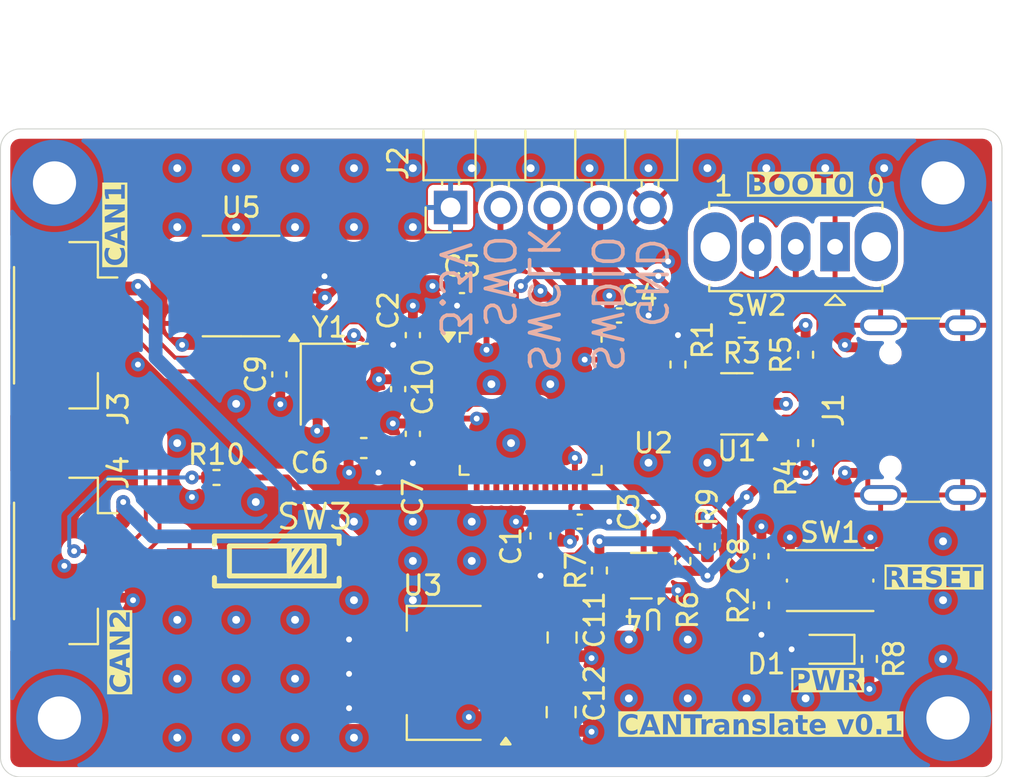
<source format=kicad_pcb>
(kicad_pcb (version 20241229) (generator "pcbnew") (generator_version "9.0")
  (title_block (comment 4 "AISLER Project ID: UNIZVVCP"))
  (layers (0 "F.Cu" signal) (4 "In1.Cu" power) (6 "In2.Cu" power) (2 "B.Cu" signal) (13 "F.Paste" user) (15 "B.Paste" user) (5 "F.SilkS" user "F.Silkscreen") (7 "B.SilkS" user "B.Silkscreen") (1 "F.Mask" user) (3 "B.Mask" user) (25 "Edge.Cuts" user))
  (net 0 "")
  (net 1 "GND")
  (net 2 "+3.3V")
  (net 3 "/NRST")
  (net 4 "/HSE_IN")
  (net 5 "/HSE_OUT")
  (net 6 "/V_OUT")
  (net 7 "Net-(D1-K)")
  (net 8 "/SWCLK")
  (net 9 "/SWDIO")
  (net 10 "/SWO")
  (net 11 "+5V")
  (net 12 "/CAN-")
  (net 13 "/CAN+")
  (net 15 "VBUS")
  (net 17 "/USBC_D+")
  (net 18 "/USBCC1")
  (net 19 "/USBCC2")
  (net 20 "/USBC_D-")
  (net 21 "/S_BOOT0")
  (net 22 "/BOOT0")
  (net 23 "/USB_D+")
  (net 24 "Net-(SW3-B)")
  (net 25 "/V_PR1")
  (net 26 "Net-(U4-ST)")
  (net 35 "/USB_D-")
  (net 36 "/CAN_RX")
  (net 43 "/CAN_TX")
  (footprint "Connector_JST:JST_GH_SM04B-GHS-TB_1x04-1MP_P1.25mm_Horizontal" (layer "F.Cu") (at 183.25 90 -90)
    (property "Reference" "J4")
    (property "Value" "SM04B-GHS-TB(LF)(SN)")
  )
  (footprint "Capacitor_SMD:C_0402_1005Metric" (layer "F.Cu") (at 194.2 80.5 -90)
    (property "Reference" "C9")
    (property "Value" "10p")
  )
  (footprint "Button_Switch_THT:SW_Slide_SPDT_Straight_CK_OS102011MS2Q" (layer "F.Cu") (at 222.5 74 180)
    (property "Reference" "SW2")
    (property "Value" "SW_SPDT")
  )
  (footprint "Resistor_SMD:R_0402_1005Metric" (layer "F.Cu") (at 216 89.28 90)
    (property "Reference" "R9")
    (property "Value" "10k")
  )
  (footprint "Capacitor_SMD:C_0805_2012Metric" (layer "F.Cu") (at 208.55 97.7 -90)
    (property "Reference" "C12")
    (property "Value" "22u")
  )
  (footprint "Connector_JST:JST_GH_SM04B-GHS-TB_1x04-1MP_P1.25mm_Horizontal" (layer "F.Cu") (at 183.25 78 -90)
    (property "Reference" "J3")
    (property "Value" "SM04B-GHS-TB(LF)(SN)")
  )
  (footprint "Resistor_SMD:R_0402_1005Metric" (layer "F.Cu") (at 214.75 90 90)
    (property "Reference" "R6")
    (property "Value" "36k")
  )
  (footprint "Connector_PinHeader_2.54mm:PinHeader_1x05_P2.54mm_Horizontal" (layer "F.Cu") (at 202.92 72 90)
    (property "Reference" "J2")
    (property "Value" "Conn_01x05_Pin")
  )
  (footprint "Capacitor_SMD:C_0805_2012Metric" (layer "F.Cu") (at 208.6 93.9 -90)
    (property "Reference" "C11")
    (property "Value" "22u")
  )
  (footprint "Capacitor_SMD:C_0402_1005Metric" (layer "F.Cu") (at 200.25 81.25 90)
    (property "Reference" "C10")
    (property "Value" "10p")
  )
  (footprint "Capacitor_SMD:C_0402_1005Metric" (layer "F.Cu") (at 209.5 88 180)
    (property "Reference" "C3")
    (property "Value" "100n")
  )
  (footprint "Capacitor_SMD:C_0402_1005Metric" (layer "F.Cu") (at 211.5 77.5 180)
    (property "Reference" "C4")
    (property "Value" "100n")
  )
  (footprint "Capacitor_SMD:C_0402_1005Metric" (layer "F.Cu") (at 201 83.53 90)
    (property "Reference" "C7")
    (property "Value" "100n")
  )
  (footprint "Resistor_SMD:R_0402_1005Metric" (layer "F.Cu") (at 214.5 80 -90)
    (property "Reference" "R1")
    (property "Value" "1k5")
  )
  (footprint "Crystal:Crystal_SMD_3225-4Pin_3.2x2.5mm" (layer "F.Cu") (at 197 81 -90)
    (property "Reference" "Y1")
    (property "Value" "16MHz")
  )
  (footprint "Package_TO_SOT_SMD:SOT-23-6" (layer "F.Cu") (at 217.5 82 180)
    (property "Reference" "U1")
    (property "Value" "USBLC6-2SC6")
  )
  (footprint "Package_TO_SOT_SMD:SOT-583-8" (layer "F.Cu") (at 212.76 90.75 180)
    (property "Reference" "U4")
    (property "Value" "TPS2116DRL")
  )
  (footprint "DSIC01LSGET:SW-SMD_DSIC01LSGET" (layer "F.Cu") (at 194 90 90)
    (property "Reference" "SW3")
    (property "Value" "SW_SPST")
  )
  (footprint "Resistor_SMD:R_0402_1005Metric" (layer "F.Cu") (at 217.75 78.25 180)
    (property "Reference" "R3")
    (property "Value" "10k")
  )
  (footprint "Fiducial:Fiducial_1mm_Mask2mm" (layer "F.Cu") (at 187 70)
    (property "Reference" "FID1" (hide yes))
    (property "Value" "Fiducial")
  )
  (footprint "Fiducial:Fiducial_1mm_Mask2mm" (layer "F.Cu") (at 228.5 75)
    (property "Reference" "FID2" (hide yes))
    (property "Value" "Fiducial")
  )
  (footprint "Capacitor_SMD:C_0603_1608Metric" (layer "F.Cu") (at 198.5 84.25 180)
    (property "Reference" "C6")
    (property "Value" "1u")
  )
  (footprint "Package_SO:SOIC-8_3.9x4.9mm_P1.27mm" (layer "F.Cu") (at 192.25 76 180)
    (property "Reference" "U5")
    (property "Value" "SN65HVD230")
  )
  (footprint "Resistor_SMD:R_0402_1005Metric" (layer "F.Cu") (at 210.5 90.49 -90)
    (property "Reference" "R7")
    (property "Value" "10k")
  )
  (footprint "Capacitor_SMD:C_0603_1608Metric" (layer "F.Cu") (at 207.5 88.725 90)
    (property "Reference" "C1")
    (property "Value" "10u")
  )
  (footprint "Resistor_SMD:R_0402_1005Metric" (layer "F.Cu") (at 221 79.5 90)
    (property "Reference" "R5")
    (property "Value" "5k1")
  )
  (footprint "MountingHole:MountingHole_2.2mm_M2_Pad" (layer "F.Cu") (at 183 98)
    (property "Reference" "H4" (hide yes))
    (property "Value" "MountingHole_Pad")
  )
  (footprint "LED_SMD:LED_0603_1608Metric" (layer "F.Cu") (at 222 94.5 180)
    (property "Reference" "D1")
    (property "Value" "RED")
  )
  (footprint "Fiducial:Fiducial_1mm_Mask2mm" (layer "F.Cu") (at 187 99)
    (property "Reference" "FID3" (hide yes))
    (property "Value" "Fiducial")
  )
  (footprint "MountingHole:MountingHole_2.2mm_M2_Pad" (layer "F.Cu") (at 228 70.75)
    (property "Reference" "H1" (hide yes))
    (property "Value" "MountingHole_Pad")
  )
  (footprint "Resistor_SMD:R_0402_1005Metric" (layer "F.Cu") (at 221 84 -90)
    (property "Reference" "R4")
    (property "Value" "5k1")
  )
  (footprint "Resistor_SMD:R_0402_1005Metric" (layer "F.Cu") (at 191 85.75)
    (property "Reference" "R10")
    (property "Value" "120")
  )
  (footprint "Capacitor_SMD:C_0402_1005Metric" (layer "F.Cu") (at 203.5 76 180)
    (property "Reference" "C5")
    (property "Value" "100n")
  )
  (footprint "Connector_USB:USB_C_Receptacle_GCT_USB4105-xx-A_16P_TopMnt_Horizontal" (layer "F.Cu") (at 227.925 82.32 90)
    (property "Reference" "J1")
    (property "Value" "USB_C_Receptacle_USB2.0_16P")
  )
  (footprint "Resistor_SMD:R_0402_1005Metric" (layer "F.Cu") (at 224.25 94.99 -90)
    (property "Reference" "R8")
    (property "Value" "120")
  )
  (footprint "Capacitor_SMD:C_0402_1005Metric" (layer "F.Cu") (at 201 78.5 90)
    (property "Reference" "C2")
    (property "Value" "100n")
  )
  (footprint "MountingHole:MountingHole_2.2mm_M2_Pad" (layer "F.Cu") (at 228.25 98)
    (property "Reference" "H3" (hide yes))
    (property "Value" "MountingHole_Pad")
  )
  (footprint "Package_QFP:LQFP-48_7x7mm_P0.5mm" (layer "F.Cu") (at 207 82)
    (property "Reference" "U2")
    (property "Value" "STM32F103C8T6")
  )
  (footprint "Resistor_SMD:R_0402_1005Metric" (layer "F.Cu") (at 218.75 92.26 90)
    (property "Reference" "R2")
    (property "Value" "10k")
  )
  (footprint "Package_TO_SOT_SMD:SOT-223-3_TabPin2" (layer "F.Cu") (at 202.6 95.7 180)
    (property "Reference" "U3")
    (property "Value" "AMS1117-3.3")
  )
  (footprint "Capacitor_SMD:C_0402_1005Metric" (layer "F.Cu") (at 218.75 89.76 90)
    (property "Reference" "C8")
    (property "Value" "100n")
  )
  (footprint "MountingHole:MountingHole_2.2mm_M2_Pad" (layer "F.Cu") (at 182.75 70.75)
    (property "Reference" "H2" (hide yes))
    (property "Value" "MountingHole_Pad")
  )
  (footprint "Button_Switch_SMD:SW_Push_1P1T_NO_CK_KMR2" (layer "F.Cu") (at 222.25 91)
    (property "Reference" "SW1")
    (property "Value" "SW_Push")
  )
  (gr_line (start 231 100) (end 231 69) (stroke (width 0.05)) (layer "Edge.Cuts"))
  (gr_arc (start 231 100) (mid 230.707107 100.707107) (end 230 101) (stroke (width 0.05)) (layer "Edge.Cuts"))
  (gr_arc (start 181 101) (mid 180.292893 100.707107) (end 180 100) (stroke (width 0.05)) (layer "Edge.Cuts"))
  (gr_line (start 181 101) (end 230 101) (stroke (width 0.05)) (layer "Edge.Cuts"))
  (gr_line (start 230 68) (end 181 68) (stroke (width 0.05)) (layer "Edge.Cuts"))
  (gr_arc (start 180 69) (mid 180.292893 68.292893) (end 181 68) (stroke (width 0.05)) (layer "Edge.Cuts"))
  (gr_line (start 180 69) (end 180 100) (stroke (width 0.05)) (layer "Edge.Cuts"))
  (gr_arc (start 230 68) (mid 230.707107 68.292893) (end 231 69) (stroke (width 0.05)) (layer "Edge.Cuts"))
  (gr_text "RESET" (at 225 91.5 0) (layer "F.SilkS" knockout) (effects (font (size 1 1) (thickness 0.2) (bold yes)) (justify left bottom)))
  (gr_text "0" (at 224 71.5 0) (layer "F.SilkS") (effects (font (size 1 1)) (justify left bottom)))
  (gr_text "CANTranslate v0.1" (at 211.5 99 0) (layer "F.SilkS" knockout) (effects (font (size 1 1) (thickness 0.2) (bold yes)) (justify left bottom)))
  (gr_text "CAN2" (at 186.75 96.75 90) (layer "F.SilkS" knockout) (effects (font (size 1 1) (thickness 0.2) (bold yes)) (justify left bottom)))
  (gr_text "PWR" (at 220.25 96.75 0) (layer "F.SilkS" knockout) (effects (font (size 1 1) (thickness 0.2) (bold yes)) (justify left bottom)))
  (gr_text "1" (at 216.25 71.5 0) (layer "F.SilkS") (effects (font (size 1 1)) (justify left bottom)))
  (gr_text "BOOT0" (at 218 71.5 0) (layer "F.SilkS" knockout) (effects (font (size 1 1) (thickness 0.2) (bold yes)) (justify left bottom)))
  (gr_text "CAN1" (at 186.5 75 90) (layer "F.SilkS" knockout) (effects (font (size 1 1) (thickness 0.2) (bold yes)) (justify left bottom)))
  (gr_text "SWO" (at 204.5 78.25 270) (layer "B.SilkS") (effects (font (size 1.5 1.5) (thickness 0.1875)) (justify left bottom mirror)))
  (gr_text "SWCLK" (at 206.75 80.5 270) (layer "B.SilkS") (effects (font (size 1.5 1.5) (thickness 0.1875)) (justify left bottom mirror)))
  (gr_text "GND" (at 212.25 78.25 270) (layer "B.SilkS") (effects (font (size 1.5 1.5) (thickness 0.1875)) (justify left bottom mirror)))
  (gr_text "3.3V" (at 202.25 78.75 270) (layer "B.SilkS") (effects (font (size 1.5 1.5) (thickness 0.1875)) (justify left bottom mirror)))
  (gr_text "SWDIO" (at 210 80.5 270) (layer "B.SilkS") (effects (font (size 1.5 1.5) (thickness 0.1875)) (justify left bottom mirror)))
  (segment (start 208.6 94.85) (end 210 94.85) (width 0.6) (layer "F.Cu") (net 1))
  (segment (start 213.5 91.5) (end 214.5 91.5) (width 0.3) (layer "F.Cu") (net 1))
  (segment (start 194.25 81) (end 194.25 82.02) (width 0.5) (layer "F.Cu") (net 1))
  (segment (start 185.1 91.875) (end 186.625 91.875) (width 0.5) (layer "F.Cu") (net 1))
  (segment (start 196.15 83.35) (end 196.15 82.1) (width 0.5) (layer "F.Cu") (net 1))
  (segment (start 216 88.77) (end 216 87.75) (width 0.5) (layer "F.Cu") (net 1))
  (segment (start 224.3 90.2) (end 224.3 88.8) (width 0.5) (layer "F.Cu") (net 1))
  (segment (start 220.2 90.2) (end 220.2 88.8) (width 0.5) (layer "F.Cu") (net 1))
  (segment (start 203.9 98) (end 203.85 97.95) (width 0.7) (layer "F.Cu") (net 1))
  (segment (start 196.125 83.375) (end 196.15 83.35) (width 0.5) (layer "F.Cu") (net 1))
  (segment (start 211.1625 79.75) (end 209.75 79.75) (width 0.3) (layer "F.Cu") (net 1))
  (segment (start 210 94.85) (end 210.1 94.95) (width 0.6) (layer "F.Cu") (net 1))
  (segment (start 194.725 76.635) (end 196.485 76.635) (width 0.5) (layer "F.Cu") (net 1))
  (segment (start 201 83) (end 199.98 83) (width 0.5) (layer "F.Cu") (net 1))
  (segment (start 185.1 79.875) (end 186.875 79.875) (width 0.5) (layer "F.Cu") (net 1))
  (segment (start 207.5 87.95) (end 206.3 87.95) (width 0.6) (layer "F.Cu") (net 1))
  (segment (start 224.245 79.12) (end 223.12 79.12) (width 0.5) (layer "F.Cu") (net 1))
  (segment (start 201 78.02) (end 201 77) (width 0.5) (layer "F.Cu") (net 1))
  (segment (start 209.25 86.1625) (end 209.25 86.970768) (width 0.2) (layer "F.Cu") (net 1))
  (segment (start 211 77.51) (end 211 76.49) (width 0.5) (layer "F.Cu") (net 1))
  (segment (start 203.02 76) (end 202 76) (width 0.5) (layer "F.Cu") (net 1))
  (segment (start 209.25 86.1625) (end 209.25 84.75) (width 0.3) (layer "F.Cu") (net 1))
  (segment (start 209.02 87.200768) (end 209.02 88) (width 0.2) (layer "F.Cu") (net 1))
  (segment (start 197.85 79.9) (end 197.85 78.65) (width 0.5) (layer "F.Cu") (net 1))
  (segment (start 197.725 85.475) (end 197.75 85.5) (width 0.5) (layer "F.Cu") (net 1))
  (segment (start 223.02 85.52) (end 223 85.5) (width 0.5) (layer "F.Cu") (net 1))
  (segment (start 186.625 91.875) (end 186.75 92) (width 0.5) (layer "F.Cu") (net 1))
  (segment (start 189.775 78.475) (end 189.25 79) (width 0.5) (layer "F.Cu") (net 1))
  (segment (start 224.25 95.5) (end 224.25 96.52) (width 0.5) (layer "F.Cu") (net 1))
  (segment (start 202.8375 82.75) (end 204.25 82.75) (width 0.3) (layer "F.Cu") (net 1))
  (segment (start 199.27 80.75) (end 200.25 80.75) (width 0.5) (layer "F.Cu") (net 1))
  (segment (start 209.25 86.970768) (end 209.02 87.200768) (width 0.2) (layer "F.Cu") (net 1))
  (segment (start 197.85 78.65) (end 198 78.5) (width 0.5) (layer "F.Cu") (net 1))
  (segment (start 206.3 87.95) (end 206.25 88) (width 0.6) (layer "F.Cu") (net 1))
  (segment (start 221 79) (end 221 77.98) (width 0.5) (layer "F.Cu") (net 1))
  (segment (start 224.245 85.52) (end 223.02 85.52) (width 0.5) (layer "F.Cu") (net 1))
  (segment (start 218.75 89.26) (end 218.75 88.24) (width 0.5) (layer "F.Cu") (net 1))
  (segment (start 208.55 98.65) (end 210.05 98.65) (width 0.6) (layer "F.Cu") (net 1))
  (segment (start 189.775 77.905) (end 189.775 78.475) (width 0.5) (layer "F.Cu") (net 1))
  (segment (start 186.875 79.875) (end 187 80) (width 0.5) (layer "F.Cu") (net 1))
  (segment (start 209 88) (end 209 89.02) (width 0.5) (layer "F.Cu") (net 1))
  (segment (start 223.12 79.12) (end 223 79) (width 0.5) (layer "F.Cu") (net 1))
  (segment (start 218.6375 82) (end 220 82) (width 0.6) (layer "F.Cu") (net 1))
  (segment (start 205.75 98) (end 203.9 98) (width 0.7) (layer "F.Cu") (net 1))
  (segment (start 196.485 76.635) (end 196.525 76.595) (width 0.5) (layer "F.Cu") (net 1))
  (segment (start 197.725 84.25) (end 197.725 85.475) (width 0.5) (layer "F.Cu") (net 1))
  (segment (start 210.05 98.65) (end 210.1 98.7) (width 0.6) (layer "F.Cu") (net 1))
  (segment (start 204.75 77.8375) (end 204.75 79.25) (width 0.3) (layer "F.Cu") (net 1))
  (segment (start 221 84.5) (end 221 85.52) (width 0.5) (layer "F.Cu") (net 1))
  (via (at 208 81) (size 0.9) (drill 0.4) (layers "F.Cu" "B.Cu") (net 1))
  (via (at 201 90) (size 0.9) (drill 0.4) (layers "F.Cu" "B.Cu") (net 1))
  (via (at 224.3 88.8) (size 0.7) (drill 0.3) (layers "F.Cu" "B.Cu") (net 1))
  (via (at 223 85.5) (size 0.7) (drill 0.3) (layers "F.Cu" "B.Cu") (net 1))
  (via (at 192 82) (size 0.9) (drill 0.4) (layers "F.Cu" "B.Cu") (net 1))
  (via (at 221 85.52) (size 0.7) (drill 0.3) (layers "F.Cu" "B.Cu") (net 1))
  (via (at 196.125 83.375) (size 0.7) (drill 0.3) (layers "F.Cu" "B.Cu") (net 1))
  (via (at 189 84) (size 0.9) (drill 0.4) (layers "F.Cu" "B.Cu") (net 1))
  (via (at 202 76) (size 0.7) (drill 0.3) (layers "F.Cu" "B.Cu") (net 1))
  (via (at 189 70) (size 0.9) (drill 0.4) (layers "F.Cu" "B.Cu") (net 1))
  (via (at 198 92) (size 0.9) (drill 0.4) (layers "F.Cu" "B.Cu") (net 1))
  (via (at 195 93) (size 0.9) (drill 0.4) (layers "F.Cu" "B.Cu") (net 1))
  (via (at 228 92) (size 0.9) (drill 0.4) (layers "F.Cu" "B.Cu") (net 1))
  (via (at 204.75 79.25) (size 0.7) (drill 0.3) (layers "F.Cu" "B.Cu") (net 1))
  (via (at 211 76.49) (size 0.7) (drill 0.3) (layers "F.Cu" "B.Cu") (net 1))
  (via (at 195 73) (size 0.9) (drill 0.4) (layers "F.Cu" "B.Cu") (net 1))
  (via (at 192 73) (size 0.9) (drill 0.4) (layers "F.Cu" "B.Cu") (net 1))
  (via (at 198 73) (size 0.9) (drill 0.4) (layers "F.Cu" "B.Cu") (net 1))
  (via (at 213 85) (size 0.9) (drill 0.4) (layers "F.Cu" "B.Cu") (net 1))
  (via (at 214.5 91.5) (size 0.7) (drill 0.3) (layers "F.Cu" "B.Cu") (net 1))
  (via (at 207 70) (size 0.9) (drill 0.4) (layers "F.Cu" "B.Cu") (net 1))
  (via (at 183.25 90.25) (size 0.7) (drill 0.3) (layers "F.Cu" "B.Cu") (net 1))
  (via (at 223 79) (size 0.7) (drill 0.3) (layers "F.Cu" "B.Cu") (net 1))
  (via (at 201 88) (size 0.9) (drill 0.4) (layers "F.Cu" "B.Cu") (net 1))
  (via (at 204 88) (size 0.9) (drill 0.4) (layers "F.Cu" "B.Cu") (net 1))
  (via (at 193 87) (size 0.9) (drill 0.4) (layers "F.Cu" "B.Cu") (net 1))
  (via (at 209 89.02) (size 0.7) (drill 0.3) (layers "F.Cu" "B.Cu") (net 1))
  (via (at 228 89) (size 0.9) (drill 0.4) (layers "F.Cu" "B.Cu") (net 1))
  (via (at 224.25 96.52) (size 0.7) (drill 0.3) (layers "F.Cu" "B.Cu") (net 1))
  (via (at 228 95) (size 0.9) (drill 0.4) (layers "F.Cu" "B.Cu") (net 1))
  (via (at 216 87.75) (size 0.7) (drill 0.3) (layers "F.Cu" "B.Cu") (net 1))
  (via (at 201 77) (size 0.7) (drill 0.3) (layers "F.Cu" "B.Cu") (net 1))
  (via (at 189 93) (size 0.9) (drill 0.4) (layers "F.Cu" "B.Cu") (net 1))
  (via (at 210 70) (size 0.9) (drill 0.4) (layers "F.Cu" "B.Cu") (net 1))
  (via (at 186.75 92) (size 0.7) (drill 0.3) (layers "F.Cu" "B.Cu") (net 1))
  (via (at 222 70) (size 0.9) (drill 0.4) (layers "F.Cu" "B.Cu") (net 1))
  (via (at 194.25 82.02) (size 0.7) (drill 0.3) (layers "F.Cu" "B.Cu") (net 1))
  (via (at 210.1 98.7) (size 0.7) (drill 0.3) (layers "F.Cu" "B.Cu") (net 1))
  (via (at 209.75 79.75) (size 0.7) (drill 0.3) (layers "F.Cu" "B.Cu") (net 1))
  (via (at 215 97) (size 0.9) (drill 0.4) (layers "F.Cu" "B.Cu") (net 1))
  (via (at 203.85 97.95) (size 0.7) (drill 0.3) (layers "F.Cu" "B.Cu") (net 1))
  (via (at 215 94) (size 0.9) (drill 0.4) (layers "F.Cu" "B.Cu") (net 1))
  (via (at 192 93) (size 0.9) (drill 0.4) (layers "F.Cu" "B.Cu") (net 1))
  (via (at 212 94) (size 0.9) (drill 0.4) (layers "F.Cu" "B.Cu") (net 1))
  (via (at 201 70) (size 0.9) (drill 0.4) (layers "F.Cu" "B.Cu") (net 1))
  (via (at 195 96) (size 0.9) (drill 0.4) (layers "F.Cu" "B.Cu") (net 1))
  (via (at 204 90) (size 0.9) (drill 0.4) (layers "F.Cu" "B.Cu") (net 1))
  (via (at 192 99) (size 0.9) (drill 0.4) (layers "F.Cu" "B.Cu") (net 1))
  (via (at 189 73) (size 0.9) (drill 0.4) (layers "F.Cu" "B.Cu") (net 1))
  (via (at 199.27 80.75) (size 0.7) (drill 0.3) (layers "F.Cu" "B.Cu") (net 1))
  (via (at 214 74.75) (size 0.7) (drill 0.3) (layers "F.Cu" "B.Cu") (net 1))
  (via (at 205 81) (size 0.9) (drill 0.4) (layers "F.Cu" "B.Cu") (net 1))
  (via (at 198 99) (size 0.9) (drill 0.4) (layers "F.Cu" "B.Cu") (net 1))
  (via (at 220.2 88.8) (size 0.7) (drill 0.3) (layers "F.Cu" "B.Cu") (net 1))
  (via (at 206.25 88) (size 0.7) (drill 0.3) (layers "F.Cu" "B.Cu") (net 1))
  (via (at 195 70) (size 0.9) (drill 0.4) (layers "F.Cu" "B.Cu") (net 1))
  (via (at 218.75 88.24) (size 0.7) (drill 0.3) (layers "F.Cu" "B.Cu") (net 1))
  (via (at 192 96) (size 0.9) (drill 0.4) (layers "F.Cu" "B.Cu") (net 1))
  (via (at 198 78.5) (size 0.7) (drill 0.3) (layers "F.Cu" "B.Cu") (net 1))
  (via (at 221 77.98) (size 0.7) (drill 0.3) (layers "F.Cu" "B.Cu") (net 1))
  (via (at 209.25 84.75) (size 0.7) (drill 0.3) (layers "F.Cu" "B.Cu") (net 1))
  (via (at 216 70) (size 0.9) (drill 0.4) (layers "F.Cu" "B.Cu") (net 1))
  (via (at 206 84) (size 0.9) (drill 0.4) (layers "F.Cu" "B.Cu") (net 1))
  (via (at 218 97) (size 0.9) (drill 0.4) (layers "F.Cu" "B.Cu") (net 1))
  (via (at 195 99) (size 0.9) (drill 0.4) (layers "F.Cu" "B.Cu") (net 1))
  (via (at 225 70) (size 0.9) (drill 0.4) (layers "F.Cu" "B.Cu") (net 1))
  (via (at 207.5 76.25) (size 0.7) (drill 0.3) (layers "F.Cu" "B.Cu") (net 1))
  (via (at 189.75 86.75) (size 0.7) (drill 0.3) (layers "F.Cu" "B.Cu") (net 1))
  (via (at 198 70) (size 0.9) (drill 0.4) (layers "F.Cu" "B.Cu") (net 1))
  (via (at 201 73) (size 0.9) (drill 0.4) (layers "F.Cu" "B.Cu") (net 1))
  (via (at 221 97) (size 0.9) (drill 0.4) (layers "F.Cu" "B.Cu") (net 1))
  (via (at 213 70) (size 0.9) (drill 0.4) (layers "F.Cu" "B.Cu") (net 1))
  (via (at 189 99) (size 0.9) (drill 0.4) (layers "F.Cu" "B.Cu") (net 1))
  (via (at 187 80) (size 0.7) (drill 0.3) (layers "F.Cu" "B.Cu") (net 1))
  (via (at 192 70) (size 0.9) (drill 0.4) (layers "F.Cu" "B.Cu") (net 1))
  (via (at 198 88) (size 0.9) (drill 0.4) (layers "F.Cu" "B.Cu") (net 1))
  (via (at 210.1 94.95) (size 0.7) (drill 0.3) (layers "F.Cu" "B.Cu") (net 1))
  (via (at 199.98 83) (size 0.7) (drill 0.3) (layers "F.Cu" "B.Cu") (net 1))
  (via (at 204.25 82.75) (size 0.7) (drill 0.3) (layers "F.Cu" "B.Cu") (net 1))
  (via (at 219 70) (size 0.9) (drill 0.4) (layers "F.Cu" "B.Cu") (net 1))
  (via (at 189.25 79) (size 0.7) (drill 0.3) (layers "F.Cu" "B.Cu") (net 1))
  (via (at 220 82) (size 0.7) (drill 0.3) (layers "F.Cu" "B.Cu") (net 1))
  (via (at 196.525 76.595) (size 0.7) (drill 0.3) (layers "F.Cu" "B.Cu") (net 1))
  (via (at 216 85) (size 0.9) (drill 0.4) (layers "F.Cu" "B.Cu") (net 1))
  (via (at 201 92) (size 0.9) (drill 0.4) (layers "F.Cu" "B.Cu") (net 1))
  (via (at 212 97) (size 0.9) (drill 0.4) (layers "F.Cu" "B.Cu") (net 1))
  (via (at 189 96) (size 0.9) (drill 0.4) (layers "F.Cu" "B.Cu") (net 1))
  (via (at 204 70) (size 0.9) (drill 0.4) (layers "F.Cu" "B.Cu") (net 1))
  (via (at 197.75 85.5) (size 0.7) (drill 0.3) (layers "F.Cu" "B.Cu") (net 1))
  (segment (start 203.98 76.48) (end 203.98 76) (width 0.5) (layer "F.Cu") (net 2))
  (segment (start 209.98 88) (end 209.849 88.131) (width 0.2) (layer "F.Cu") (net 2))
  (segment (start 204.25 77.8375) (end 204.25 76.75) (width 0.3) (layer "F.Cu") (net 2))
  (segment (start 211.98 78.02) (end 211.98 77.5) (width 0.5) (layer "F.Cu") (net 2))
  (segment (start 201.995466 83.25) (end 202.8375 83.25) (width 0.3) (layer "F.Cu") (net 2))
  (segment (start 200 79) (end 200.98 79) (width 0.5) (layer "F.Cu") (net 2))
  (segment (start 211.1625 79.25) (end 211.1625 78.8375) (width 0.3) (layer "F.Cu") (net 2))
  (segment (start 201 84.01) (end 201.235466 84.01) (width 0.3) (layer "F.Cu") (net 2))
  (segment (start 201.48 78.98) (end 201 78.98) (width 0.5) (layer "F.Cu") (net 2))
  (segment (start 209.75 86.1625) (end 209.75 87.25) (width 0.3) (layer "F.Cu") (net 2))
  (segment (start 200.98 79) (end 201 78.98) (width 0.5) (layer "F.Cu") (net 2))
  (segment (start 209.269654 89.671) (end 207.671 89.671) (width 0.2) (layer "F.Cu") (net 2))
  (segment (start 201 84) (end 201 85.02) (width 0.5) (layer "F.Cu") (net 2))
  (segment (start 209.75 87.25) (end 209.98 87.48) (width 0.5) (layer "F.Cu") (net 2))
  (segment (start 201.235466 84.01) (end 201.995466 83.25) (width 0.3) (layer "F.Cu") (net 2))
  (segment (start 207.5 89.5) (end 207.5 90.75) (width 0.7) (layer "F.Cu") (net 2))
  (segment (start 209.849 89.091654) (end 209.269654 89.671) (width 0.2) (layer "F.Cu") (net 2))
  (segment (start 201 84.01) (end 201.331102 84.01) (width 0.7) (layer "F.Cu") (net 2))
  (segment (start 202.8375 79.25) (end 201.75 79.25) (width 0.3) (layer "F.Cu") (net 2))
  (segment (start 199.275 84.25) (end 200.76 84.25) (width 0.7) (layer "F.Cu") (net 2))
  (segment (start 199.275 85.475) (end 199.25 85.5) (width 0.7) (layer "F.Cu") (net 2))
  (segment (start 218.75 92.77) (end 218.75 93.76) (width 0.7) (layer "F.Cu") (net 2))
  (segment (start 199.275 84.25) (end 199.275 85.475) (width 0.7) (layer "F.Cu") (net 2))
  (segment (start 207.671 89.671) (end 207.5 89.5) (width 0.2) (layer "F.Cu") (net 2))
  (segment (start 209.98 87.48) (end 209.98 88) (width 0.5) (layer "F.Cu") (net 2))
  (segment (start 209.849 88.131) (end 209.849 89.091654) (width 0.2) (layer "F.Cu") (net 2))
  (segment (start 214.5 79.49) (end 214.5 78.5) (width 0.7) (layer "F.Cu") (net 2))
  (segment (start 201.75 79.25) (end 201.48 78.98) (width 0.5) (layer "F.Cu") (net 2))
  (segment (start 204.25 76.75) (end 203.98 76.48) (width 0.5) (layer "F.Cu") (net 2))
  (segment (start 200.76 84.25) (end 201 84.01) (width 0.7) (layer "F.Cu") (net 2))
  (segment (start 221.2125 94.5) (end 220.2875 94.5) (width 0.7) (layer "F.Cu") (net 2))
  (segment (start 194.725 75.365) (end 196.365 75.365) (width 0.6) (layer "F.Cu") (net 2))
  (segment (start 211.98 77.5) (end 213 77.5) (width 0.6) (layer "F.Cu") (net 2))
  (segment (start 209.98 88) (end 211 88) (width 0.5) (layer "F.Cu") (net 2))
  (segment (start 211.1625 78.8375) (end 211.98 78.02) (width 0.5) (layer "F.Cu") (net 2))
  (segment (start 203.98 76.27) (end 203.25 77) (width 0.5) (layer "F.Cu") (net 2))
  (segment (start 196.365 75.365) (end 196.5 75.5) (width 0.6) (layer "F.Cu") (net 2))
  (segment (start 203.98 76) (end 203.98 76.27) (width 0.5) (layer "F.Cu") (net 2))
  (via (at 214.5 78.5) (size 0.7) (drill 0.3) (layers "F.Cu" "B.Cu") (net 2))
  (via (at 203.25 77) (size 0.7) (drill 0.3) (layers "F.Cu" "B.Cu") (net 2))
  (via (at 197.75 95.75) (size 0.7) (drill 0.3) (layers "F.Cu" "B.Cu") (net 2))
  (via (at 196.5 75.5) (size 0.7) (drill 0.3) (layers "F.Cu" "B.Cu") (net 2))
  (via (at 207.5 90.75) (size 0.7) (drill 0.3) (layers "F.Cu" "B.Cu") (net 2))
  (via (at 197.75 97.5) (size 0.7) (drill 0.3) (layers "F.Cu" "B.Cu") (net 2))
  (via (at 201 85.02) (size 0.7) (drill 0.3) (layers "F.Cu" "B.Cu") (net 2))
  (via (at 200 79) (size 0.7) (drill 0.3) (layers "F.Cu" "B.Cu") (net 2))
  (via (at 213 77.5) (size 0.7) (drill 0.3) (layers "F.Cu" "B.Cu") (net 2))
  (via (at 199.25 85.5) (size 0.7) (drill 0.3) (layers "F.Cu" "B.Cu") (net 2))
  (via (at 218.75 93.76) (size 0.7) (drill 0.3) (layers "F.Cu" "B.Cu") (net 2))
  (via (at 211 88) (size 0.7) (drill 0.3) (layers "F.Cu" "B.Cu") (net 2))
  (via (at 220.2875 94.5) (size 0.7) (drill 0.3) (layers "F.Cu" "B.Cu") (net 2))
  (via (at 197.75 94) (size 0.7) (drill 0.3) (layers "F.Cu" "B.Cu") (net 2))
  (segment (start 220.15 91.75) (end 220.2 91.8) (width 0.3) (layer "F.Cu") (net 3))
  (segment (start 220.2 91.8) (end 224.3 91.8) (width 0.3) (layer "F.Cu") (net 3))
  (segment (start 210.074 84.574) (end 210.074 85.144466) (width 0.3) (layer "F.Cu") (net 3))
  (segment (start 211.978534 87.049) (end 216.290364 87.049) (width 0.3) (layer "F.Cu") (net 3))
  (segment (start 218.75 91.75) (end 220.15 91.75) (width 0.3) (layer "F.Cu") (net 3))
  (segment (start 216.290364 87.049) (end 217.5 88.258636) (width 0.3) (layer "F.Cu") (net 3))
  (segment (start 218.24 90.24) (end 218.75 90.24) (width 0.3) (layer "F.Cu") (net 3))
  (segment (start 203.75 82.25) (end 204 82) (width 0.3) (layer "F.Cu") (net 3))
  (segment (start 202.8375 82.25) (end 203.75 82.25) (width 0.3) (layer "F.Cu") (net 3))
  (segment (start 217.5 88.258636) (end 217.5 89.5) (width 0.3) (layer "F.Cu") (net 3))
  (segment (start 218.75 90.24) (end 218.75 91.75) (width 0.3) (layer "F.Cu") (net 3))
  (segment (start 207.5 82) (end 210.074 84.574) (width 0.3) (layer "F.Cu") (net 3))
  (segment (start 217.5 89.5) (end 218.24 90.24) (width 0.3) (layer "F.Cu") (net 3))
  (segment (start 204 82) (end 207.5 82) (width 0.3) (layer "F.Cu") (net 3))
  (segment (start 210.074 85.144466) (end 211.978534 87.049) (width 0.3) (layer "F.Cu") (net 3))
  (segment (start 200.147636 80.139) (end 200.884466 80.139) (width 0.3) (layer "F.Cu") (net 4))
  (segment (start 196.15 79.358636) (end 197.709636 77.799) (width 0.3) (layer "F.Cu") (net 4))
  (segment (start 198.290364 77.799) (end 199.25 78.758636) (width 0.3) (layer "F.Cu") (net 4))
  (segment (start 199.25 79.241364) (end 200.147636 80.139) (width 0.3) (layer "F.Cu") (net 4))
  (segment (start 194.2 80.02) (end 196.03 80.02) (width 0.3) (layer "F.Cu") (net 4))
  (segment (start 200.884466 80.139) (end 201.995466 81.25) (width 0.3) (layer "F.Cu") (net 4))
  (segment (start 196.03 80.02) (end 196.15 79.9) (width 0.3) (layer "F.Cu") (net 4))
  (segment (start 197.709636 77.799) (end 198.290364 77.799) (width 0.3) (layer "F.Cu") (net 4))
  (segment (start 201.995466 81.25) (end 202.8375 81.25) (width 0.3) (layer "F.Cu") (net 4))
  (segment (start 199.25 78.758636) (end 199.25 79.241364) (width 0.3) (layer "F.Cu") (net 4))
  (segment (start 196.15 79.9) (end 196.15 79.358636) (width 0.3) (layer "F.Cu") (net 4))
  (segment (start 202.8375 81.75) (end 199.5 81.75) (width 0.3) (layer "F.Cu") (net 5))
  (segment (start 199.15 82.1) (end 197.85 82.1) (width 0.3) (layer "F.Cu") (net 5))
  (segment (start 199.5 81.75) (end 199.15 82.1) (width 0.3) (layer "F.Cu") (net 5))
  (segment (start 212.75 92.25) (end 212.75 91) (width 0.3) (layer "F.Cu") (net 6))
  (segment (start 212.02 91) (end 212.75 91) (width 0.3) (layer "F.Cu") (net 6))
  (segment (start 212.75 91) (end 213.5 91) (width 0.3) (layer "F.Cu") (net 6))
  (segment (start 212.05 92.95) (end 212.75 92.25) (width 0.6) (layer "F.Cu") (net 6))
  (segment (start 212.05 92.95) (end 208.6 92.95) (width 0.6) (layer "F.Cu") (net 6))
  (segment (start 224.23 94.5) (end 224.25 94.48) (width 0.5) (layer "F.Cu") (net 7))
  (segment (start 222.7875 94.5) (end 224.23 94.5) (width 0.5) (layer "F.Cu") (net 7))
  (segment (start 208 73.25) (end 209.75 75) (width 0.3) (layer "F.Cu") (net 8))
  (segment (start 208 72) (end 208 73.25) (width 0.3) (layer "F.Cu") (net 8))
  (segment (start 209.75 75) (end 209.75 77.8375) (width 0.3) (layer "F.Cu") (net 8))
  (segment (start 213.701 78.799) (end 213.701 76.701) (width 0.3) (layer "F.Cu") (net 9))
  (segment (start 213.701 76.701) (end 210.54 73.54) (width 0.3) (layer "F.Cu") (net 9))
  (segment (start 212.25 80.25) (end 213.701 78.799) (width 0.3) (layer "F.Cu") (net 9))
  (segment (start 211.1625 80.25) (end 212.25 80.25) (width 0.3) (layer "F.Cu") (net 9))
  (segment (start 210.54 73.54) (end 210.54 72) (width 0.3) (layer "F.Cu") (net 9))
  (segment (start 205.46 73.21) (end 205.46 72) (width 0.3) (layer "F.Cu") (net 10))
  (segment (start 208.75 77.8375) (end 208.75 76.5) (width 0.3) (layer "F.Cu") (net 10))
  (segment (start 208.75 76.5) (end 205.46 73.21) (width 0.3) (layer "F.Cu") (net 10))
  (segment (start 185.1 76.125) (end 186.875 76.125) (width 0.7) (layer "F.Cu") (net 11))
  (segment (start 186.25 88) (end 186.25 87) (width 0.7) (layer "F.Cu") (net 11))
  (segment (start 212.5 90.5) (end 212.02 90.5) (width 0.3) (layer "F.Cu") (net 11))
  (segment (start 212.75 90.25) (end 212.5 90.5) (width 0.3) (layer "F.Cu") (net 11))
  (segment (start 212.75 88.25) (end 212.75 90.25) (width 0.3) (layer "F.Cu") (net 11))
  (segment (start 185.1 88.125) (end 186.125 88.125) (width 0.7) (layer "F.Cu") (net 11))
  (segment (start 186.875 76.125) (end 187 76) (width 0.7) (layer "F.Cu") (net 11))
  (segment (start 213.25 87.75) (end 212.75 88.25) (width 0.3) (layer "F.Cu") (net 11))
  (segment (start 186.125 88.125) (end 186.25 88) (width 0.7) (layer "F.Cu") (net 11))
  (via (at 187 76) (size 0.7) (drill 0.3) (layers "F.Cu" "B.Cu") (net 11))
  (via (at 213.25 87.75) (size 0.7) (drill 0.3) (layers "F.Cu" "B.Cu") (net 11))
  (via (at 186.25 87) (size 0.7) (drill 0.3) (layers "F.Cu" "B.Cu") (net 11))
  (segment (start 186.25 87.25) (end 186.25 87) (width 0.7) (layer "B.Cu") (net 11))
  (segment (start 194.5 87.75) (end 193.5 88.75) (width 0.7) (layer "B.Cu") (net 11))
  (segment (start 213.25 87.75) (end 212.25 86.75) (width 0.7) (layer "B.Cu") (net 11))
  (segment (start 212.25 86.75) (end 194.75 86.75) (width 0.7) (layer "B.Cu") (net 11))
  (segment (start 194.75 86.75) (end 194.5 86.5) (width 0.7) (layer "B.Cu") (net 11))
  (segment (start 194.5 86.5) (end 194.5 87.75) (width 0.7) (layer "B.Cu") (net 11))
  (segment (start 187.901 76.901) (end 187.901 79.651) (width 0.7) (layer "B.Cu") (net 11))
  (segment (start 187.901 79.651) (end 194.5 86.25) (width 0.7) (layer "B.Cu") (net 11))
  (segment (start 193.5 88.75) (end 187.75 88.75) (width 0.7) (layer "B.Cu") (net 11))
  (segment (start 187 76) (end 187.901 76.901) (width 0.7) (layer "B.Cu") (net 11))
  (segment (start 194.5 86.25) (end 194.5 86.5) (width 0.7) (layer "B.Cu") (net 11))
  (segment (start 187.75 88.75) (end 186.25 87.25) (width 0.7) (layer "B.Cu") (net 11))
  (segment (start 182.219976 80.225) (end 181.6 79.605024) (width 0.2) (layer "F.Cu") (net 12))
  (segment (start 191.644976 75.65) (end 192.35 76.355024) (width 0.2) (layer "F.Cu") (net 12))
  (segment (start 186.375001 90.625) (end 185.1 90.625) (width 0.2) (layer "F.Cu") (net 12))
  (segment (start 190.894976 80.35) (end 188.605024 80.35) (width 0.2) (layer "F.Cu") (net 12))
  (segment (start 184.209032 80.476) (end 183.958032 80.225) (width 0.2) (layer "F.Cu") (net 12))
  (segment (start 183.958032 80.225) (end 182.219976 80.225) (width 0.2) (layer "F.Cu") (net 12))
  (segment (start 189.25 88.5) (end 188.1 88.5) (width 0.2) (layer "F.Cu") (net 12))
  (segment (start 189.635 90) (end 189.635 88.885) (width 0.2) (layer "F.Cu") (net 12))
  (segment (start 185.925 78.35) (end 185.65 78.625) (width 0.2) (layer "F.Cu") (net 12))
  (segment (start 188.605024 80.35) (end 186.605024 78.35) (width 0.2) (layer "F.Cu") (net 12))
  (segment (start 186.605024 78.35) (end 185.925 78.35) (width 0.2) (layer "F.Cu") (net 12))
  (segment (start 190.45 75.365) (end 190.735 75.65) (width 0.2) (layer "F.Cu") (net 12))
  (segment (start 188.1 83.702165) (end 184.873835 80.476) (width 0.2) (layer "F.Cu") (net 12))
  (segment (start 181.994976 78.5) (end 184.975 78.5) (width 0.2) (layer "F.Cu") (net 12))
  (segment (start 190.735 75.65) (end 191.644976 75.65) (width 0.2) (layer "F.Cu") (net 12))
  (segment (start 181.6 79.605024) (end 181.6 78.894976) (width 0.2) (layer "F.Cu") (net 12))
  (segment (start 188.1 88.900001) (end 186.375001 90.625) (width 0.2) (layer "F.Cu") (net 12))
  (segment (start 189.775 75.365) (end 190.45 75.365) (width 0.2) (layer "F.Cu") (net 12))
  (segment (start 184.873835 80.476) (end 184.209032 80.476) (width 0.2) (layer "F.Cu") (net 12))
  (segment (start 189.635 88.885) (end 189.25 88.5) (width 0.2) (layer "F.Cu") (net 12))
  (segment (start 185.65 78.625) (end 185.1 78.625) (width 0.2) (layer "F.Cu") (net 12))
  (segment (start 188.1 88.5) (end 188.1 83.702165) (width 0.2) (layer "F.Cu") (net 12))
  (segment (start 181.6 78.894976) (end 181.994976 78.5) (width 0.2) (layer "F.Cu") (net 12))
  (segment (start 184.975 78.5) (end 185.1 78.625) (width 0.2) (layer "F.Cu") (net 12))
  (segment (start 192.35 76.355024) (end 192.35 78.894976) (width 0.2) (layer "F.Cu") (net 12))
  (segment (start 188.1 88.5) (end 188.1 88.900001) (width 0.2) (layer "F.Cu") (net 12))
  (segment (start 192.35 78.894976) (end 190.894976 80.35) (width 0.2) (layer "F.Cu") (net 12))
  (segment (start 185.65 77.375) (end 185.1 77.375) (width 0.2) (layer "F.Cu") (net 13))
  (segment (start 181.930024 80.925) (end 180.9 79.894976) (width 0.2) (layer "F.Cu") (net 13))
  (segment (start 185.925 77.65) (end 185.65 77.375) (width 0.2) (layer "F.Cu") (net 13))
  (segment (start 180.9 78.605024) (end 182.130024 77.375) (width 0.2) (layer "F.Cu") (net 13))
  (segment (start 191.355024 76.35) (end 191.65 76.644976) (width 0.2) (layer "F.Cu") (net 13))
  (segment (start 188.894976 79.65) (end 186.894976 77.65) (width 0.2) (layer "F.Cu") (net 13))
  (segment (start 183.668111 80.925) (end 181.930024 80.925) (width 0.2) (layer "F.Cu") (net 13))
  (segment (start 183.75 89.5) (end 184.975 89.5) (width 0.2) (layer "F.Cu") (net 13))
  (segment (start 191.65 78.605024) (end 190.605024 79.65) (width 0.2) (layer "F.Cu") (net 13))
  (segment (start 182.130024 77.375) (end 185.1 77.375) (width 0.2) (layer "F.Cu") (net 13))
  (segment (start 191.65 76.644976) (end 191.65 78.605024) (width 0.2) (layer "F.Cu") (net 13))
  (segment (start 187.4 88.35) (end 187.4 83.992117) (width 0.2) (layer "F.Cu") (net 13))
  (segment (start 190.735 76.35) (end 191.355024 76.35) (width 0.2) (layer "F.Cu") (net 13))
  (segment (start 184.975 89.5) (end 185.1 89.375) (width 0.2) (layer "F.Cu") (net 13))
  (segment (start 190.605024 79.65) (end 188.894976 79.65) (width 0.2) (layer "F.Cu") (net 13))
  (segment (start 184.583863 81.17598) (end 183.91909 81.17598) (width 0.2) (layer "F.Cu") (net 13))
  (segment (start 185.1 89.375) (end 186.375001 89.375) (width 0.2) (layer "F.Cu") (net 13))
  (segment (start 190.45 76.635) (end 190.735 76.35) (width 0.2) (layer "F.Cu") (net 13))
  (segment (start 183.91909 81.17598) (end 183.668111 80.925) (width 0.2) (layer "F.Cu") (net 13))
  (segment (start 187.4 83.992117) (end 184.583863 81.17598) (width 0.2) (layer "F.Cu") (net 13))
  (segment (start 180.9 79.894976) (end 180.9 78.605024) (width 0.2) (layer "F.Cu") (net 13))
  (segment (start 189.775 76.635) (end 190.45 76.635) (width 0.2) (layer "F.Cu") (net 13))
  (segment (start 186.894976 77.65) (end 185.925 77.65) (width 0.2) (layer "F.Cu") (net 13))
  (segment (start 186.375001 89.375) (end 187.4 88.35) (width 0.2) (layer "F.Cu") (net 13))
  (segment (start 190.49 85.75) (end 189.75 85.75) (width 0.2) (layer "F.Cu") (net 13))
  (via (at 189.75 85.75) (size 0.7) (drill 0.3) (layers "F.Cu" "B.Cu") (net 13))
  (via (at 183.75 89.5) (size 0.7) (drill 0.3) (layers "F.Cu" "B.Cu") (net 13))
  (segment (start 189.75 85.75) (end 185.5 85.75) (width 0.2) (layer "B.Cu") (net 13))
  (segment (start 183.5 89.25) (end 183.75 89.5) (width 0.2) (layer "B.Cu") (net 13))
  (segment (start 183.5 87.75) (end 183.5 89.25) (width 0.2) (layer "B.Cu") (net 13))
  (segment (start 185.5 85.75) (end 183.5 87.75) (width 0.2) (layer "B.Cu") (net 13))
  (segment (start 218.875 85.875) (end 219.321 86.321) (width 0.5) (layer "F.Cu") (net 15))
  (segment (start 217.5 82.475001) (end 217.5 84.5) (width 0.5) (layer "F.Cu") (net 15))
  (segment (start 222.787214 79.92) (end 221.801 78.933786) (width 0.5) (layer "F.Cu") (net 15))
  (segment (start 220.668214 77.179) (end 217.476 80.371214) (width 0.5) (layer "F.Cu") (net 15))
  (segment (start 214.74 90.5) (end 214.75 90.51) (width 0.3) (layer "F.Cu") (net 15))
  (segment (start 222.199 85.168214) (end 222.668214 84.699) (width 0.5) (layer "F.Cu") (net 15))
  (segment (start 217.024999 82) (end 217.5 82.475001) (width 0.5) (layer "F.Cu") (net 15))
  (segment (start 217.024999 82) (end 216.3625 82) (width 0.5) (layer "F.Cu") (net 15))
  (segment (start 221.331786 86.321) (end 222.199 85.453786) (width 0.5) (layer "F.Cu") (net 15))
  (segment (start 214.75 90.51) (end 215.76 90.51) (width 0.5) (layer "F.Cu") (net 15))
  (segment (start 217.476 80.371214) (end 217.476 81.548999) (width 0.5) (layer "F.Cu") (net 15))
  (segment (start 217.476 81.548999) (end 217.024999 82) (width 0.5) (layer "F.Cu") (net 15))
  (segment (start 221.801 77.648214) (end 221.331786 77.179) (width 0.5) (layer "F.Cu") (net 15))
  (segment (start 217.5 84.5) (end 218.875 85.875) (width 0.5) (layer "F.Cu") (net 15))
  (segment (start 219.321 86.321) (end 221.331786 86.321) (width 0.5) (layer "F.Cu") (net 15))
  (segment (start 224.245 79.92) (end 222.787214 79.92) (width 0.5) (layer "F.Cu") (net 15))
  (segment (start 210.5 89.98) (end 210.5 89) (width 0.5) (layer "F.Cu") (net 15))
  (segment (start 221.801 78.933786) (end 221.801 77.648214) (width 0.5) (layer "F.Cu") (net 15))
  (segment (start 218 86.75) (end 218.875 85.875) (width 0.5) (layer "F.Cu") (net 15))
  (segment (start 212.02 90) (end 210.52 90) (width 0.3) (layer "F.Cu") (net 15))
  (segment (start 213.5 90.5) (end 214.74 90.5) (width 0.3) (layer "F.Cu") (net 15))
  (segment (start 222.199 85.453786) (end 222.199 85.168214) (width 0.5) (layer "F.Cu") (net 15))
  (segment (start 215.76 90.51) (end 216 90.75) (width 0.5) (layer "F.Cu") (net 15))
  (segment (start 222.668214 84.699) (end 224.224 84.699) (width 0.5) (layer "F.Cu") (net 15))
  (segment (start 210.52 90) (end 210.5 89.98) (width 0.3) (layer "F.Cu") (net 15))
  (segment (start 221.331786 77.179) (end 220.668214 77.179) (width 0.5) (layer "F.Cu") (net 15))
  (segment (start 224.224 84.699) (end 224.245 84.72) (width 0.5) (layer "F.Cu") (net 15))
  (via (at 216 90.75) (size 0.7) (drill 0.3) (layers "F.Cu" "B.Cu") (net 15))
  (via (at 210.5 89) (size 0.7) (drill 0.3) (layers "F.Cu" "B.Cu") (net 15))
  (via (at 218 86.75) (size 0.7) (drill 0.3) (layers "F.Cu" "B.Cu") (net 15))
  (segment (start 210.5 89) (end 214.25 89) (width 0.5) (layer "B.Cu") (net 15))
  (segment (start 217.25 89.5) (end 217.25 87.5) (width 0.5) (layer "B.Cu") (net 15))
  (segment (start 214.25 89) (end 216 90.75) (width 0.5) (layer "B.Cu") (net 15))
  (segment (start 216 90.75) (end 217.25 89.5) (width 0.5) (layer "B.Cu") (net 15))
  (segment (start 217.25 87.5) (end 218 86.75) (width 0.5) (layer "B.Cu") (net 15))
  (segment (start 222.289412 81.57) (end 222.099412 81.76) (width 0.28) (layer "F.Cu") (net 17))
  (segment (start 222.909412 82.57) (end 224.245 82.57) (width 0.28) (layer "F.Cu") (net 17))
  (segment (start 220.691 81.76) (end 222.099412 81.76) (width 0.28) (layer "F.Cu") (net 17))
  (segment (start 224.245 81.57) (end 222.289412 81.57) (width 0.28) (layer "F.Cu") (net 17))
  (segment (start 220.286222 81.309) (end 220.691 81.713778) (width 0.28) (layer "F.Cu") (net 17))
  (segment (start 219.890251 81.309) (end 220.286222 81.309) (width 0.28) (layer "F.Cu") (net 17))
  (segment (start 220.691 81.713778) (end 220.691 81.76) (width 0.28) (layer "F.Cu") (net 17))
  (segment (start 218.6375 81.05) (end 219.631251 81.05) (width 0.28) (layer "F.Cu") (net 17))
  (segment (start 219.631251 81.05) (end 219.890251 81.309) (width 0.28) (layer "F.Cu") (net 17))
  (segment (start 222.099412 81.76) (end 222.909412 82.57) (width 0.28) (layer "F.Cu") (net 17))
  (segment (start 221.08 83.57) (end 221 83.49) (width 0.3) (layer "F.Cu") (net 18))
  (segment (start 224.245 83.57) (end 221.08 83.57) (width 0.3) (layer "F.Cu") (net 18))
  (segment (start 224.245 80.57) (end 221.56 80.57) (width 0.2) (layer "F.Cu") (net 19))
  (segment (start 221.56 80.57) (end 221 80.01) (width 0.2) (layer "F.Cu") (net 19))
  (segment (start 218.6375 82.95) (end 219.631251 82.95) (width 0.28) (layer "F.Cu") (net 20))
  (segment (start 219.890251 82.691) (end 220.286222 82.691) (width 0.28) (layer "F.Cu") (net 20))
  (segment (start 225.161 82.819392) (end 225.161 82.320608) (width 0.28) (layer "F.Cu") (net 20))
  (segment (start 219.631251 82.95) (end 219.890251 82.691) (width 0.28) (layer "F.Cu") (net 20))
  (segment (start 224.910392 83.07) (end 225.161 82.819392) (width 0.28) (layer "F.Cu") (net 20))
  (segment (start 221.900588 82.24) (end 222.730588 83.07) (width 0.28) (layer "F.Cu") (net 20))
  (segment (start 224.910392 82.07) (end 224.245 82.07) (width 0.28) (layer "F.Cu") (net 20))
  (segment (start 225.161 82.320608) (end 224.910392 82.07) (width 0.28) (layer "F.Cu") (net 20))
  (segment (start 220.737222 82.24) (end 221.900588 82.24) (width 0.28) (layer "F.Cu") (net 20))
  (segment (start 224.245 83.07) (end 224.910392 83.07) (width 0.28) (layer "F.Cu") (net 20))
  (segment (start 222.730588 83.07) (end 224.245 83.07) (width 0.28) (layer "F.Cu") (net 20))
  (segment (start 220.286222 82.691) (end 220.737222 82.24) (width 0.28) (layer "F.Cu") (net 20))
  (segment (start 220.5 75.75) (end 220.5 74) (width 0.3) (layer "F.Cu") (net 21))
  (segment (start 218.26 77.99) (end 220.5 75.75) (width 0.3) (layer "F.Cu") (net 21))
  (segment (start 218.26 78.25) (end 218.26 77.99) (width 0.3) (layer "F.Cu") (net 21))
  (segment (start 206.25 76.25) (end 206.5 76) (width 0.3) (layer "F.Cu") (net 22))
  (segment (start 217.24 78.25) (end 216.25 78.25) (width 0.3) (layer "F.Cu") (net 22))
  (segment (start 213.5 75.5) (end 216.25 78.25) (width 0.3) (layer "F.Cu") (net 22))
  (segment (start 206.25 77.8375) (end 206.25 76.25) (width 0.3) (layer "F.Cu") (net 22))
  (via (at 213.5 75.5) (size 0.7) (drill 0.3) (layers "F.Cu" "B.Cu") (net 22))
  (via (at 206.5 76) (size 0.7) (drill 0.3) (layers "F.Cu" "B.Cu") (net 22))
  (segment (start 207 75.5) (end 213.5 75.5) (width 0.3) (layer "B.Cu") (net 22))
  (segment (start 206.5 76) (end 207 75.5) (width 0.3) (layer "B.Cu") (net 22))
  (segment (start 214.5 80.51) (end 214.828749 80.51) (width 0.28) (layer "F.Cu") (net 23))
  (segment (start 215.368749 81.05) (end 216.3625 81.05) (width 0.28) (layer "F.Cu") (net 23))
  (segment (start 211.1625 80.75) (end 213.089412 80.75) (width 0.28) (layer "F.Cu") (net 23))
  (segment (start 214.658749 81.76) (end 215.368749 81.05) (width 0.28) (layer "F.Cu") (net 23))
  (segment (start 214.099412 81.76) (end 214.658749 81.76) (width 0.28) (layer "F.Cu") (net 23))
  (segment (start 213.089412 80.75) (end 214.099412 81.76) (width 0.28) (layer "F.Cu") (net 23))
  (segment (start 214.828749 80.51) (end 215.368749 81.05) (width 0.28) (layer "F.Cu") (net 23))
  (segment (start 198.375 89.507786) (end 198.375 90) (width 0.3) (layer "F.Cu") (net 24))
  (segment (start 191.51 85.75) (end 194.617214 85.75) (width 0.3) (layer "F.Cu") (net 24))
  (segment (start 194.617214 85.75) (end 198.375 89.507786) (width 0.3) (layer "F.Cu") (net 24))
  (segment (start 213.5 90) (end 214.24 90) (width 0.3) (layer "F.Cu") (net 25))
  (segment (start 214.75 89.49) (end 215.7 89.49) (width 0.3) (layer "F.Cu") (net 25))
  (segment (start 215.7 89.49) (end 216 89.79) (width 0.3) (layer "F.Cu") (net 25))
  (segment (start 214.24 90) (end 214.75 89.49) (width 0.3) (layer "F.Cu") (net 25))
  (segment (start 212.02 91.5) (end 211 91.5) (width 0.3) (layer "F.Cu") (net 26))
  (segment (start 211 91.5) (end 210.5 91) (width 0.3) (layer "F.Cu") (net 26))
  (segment (start 211.1625 81.25) (end 211.1725 81.24) (width 0.28) (layer "F.Cu") (net 35))
  (segment (start 211.1725 81.24) (end 212.900588 81.24) (width 0.28) (layer "F.Cu") (net 35))
  (segment (start 213.900588 82.24) (end 214.658749 82.24) (width 0.28) (layer "F.Cu") (net 35))
  (segment (start 214.658749 82.24) (end 215.368749 82.95) (width 0.28) (layer "F.Cu") (net 35))
  (segment (start 215.368749 82.95) (end 216.3625 82.95) (width 0.28) (layer "F.Cu") (net 35))
  (segment (start 212.900588 81.24) (end 213.900588 82.24) (width 0.28) (layer "F.Cu") (net 35))
  (segment (start 204.595 74.095) (end 194.725 74.095) (width 0.3) (layer "F.Cu") (net 36))
  (segment (start 205.75 75.25) (end 204.595 74.095) (width 0.3) (layer "F.Cu") (net 36))
  (segment (start 205.75 77.8375) (end 205.75 75.25) (width 0.3) (layer "F.Cu") (net 36))
  (segment (start 199.111364 75) (end 196.206364 77.905) (width 0.3) (layer "F.Cu") (net 43))
  (segment (start 196.206364 77.905) (end 194.725 77.905) (width 0.3) (layer "F.Cu") (net 43))
  (segment (start 205.25 77.8375) (end 205.25 75.75) (width 0.3) (layer "F.Cu") (net 43))
  (segment (start 205.25 75.75) (end 204.5 75) (width 0.3) (layer "F.Cu") (net 43))
  (segment (start 199.111364 75) (end 204.5 75) (width 0.3) (layer "F.Cu") (net 43))
  (zone (net 6) (net_name "/V_OUT") (layer "F.Cu") (priority 2) (connect_pads yes (clearance 0.3)) (min_thickness 0.2) (fill yes (thermal_gap 0.4) (thermal_bridge_width 0.25))
    (polygon (pts (xy 204.5 92) (xy 204.5 94.25) (xy 207.5 94.25) (xy 207.5 94) (xy 210 94) (xy 210 92)))
  )
  (zone (net 2) (net_name "+3.3V") (layer "F.Cu") (priority 1) (connect_pads yes (clearance 0.3)) (min_thickness 0.2) (fill yes (thermal_gap 0.4) (thermal_bridge_width 0.25))
    (polygon (pts (xy 201.5 93.5) (xy 202.5 94.5) (xy 207 94.5) (xy 207.25 94.75) (xy 207.25 95.75) (xy 209.75 95.75) (xy 210 96) (xy 210 97.5) (xy 209.75 97.75) (xy 207.5 97.75) (xy 207.25 97.5) (xy 207.25 97) (xy 207 96.75) (xy 202.5 96.75) (xy 201.5 98) (xy 197.25 98) (xy 197.25 93.5)))
  )
  (zone (net 1) (net_name "GND") (layers "F.Cu" "In1.Cu" "In2.Cu") (connect_pads (clearance 0.3)) (min_thickness 0.2) (fill yes (thermal_gap 0.4) (thermal_bridge_width 0.25))
    (polygon (pts (xy 180 68) (xy 180 101) (xy 231 101) (xy 231 68)))
  )
  (zone (net 2) (net_name "+3.3V") (layer "B.Cu") (connect_pads (clearance 0.3)) (min_thickness 0.2) (fill yes (thermal_gap 0.4) (thermal_bridge_width 0.25))
    (polygon (pts (xy 180 68) (xy 180 101) (xy 231 101) (xy 231 68)))
  )
)
</source>
